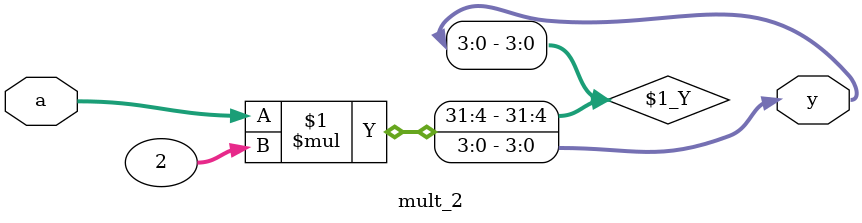
<source format=v>
module mult_2 (
	input 	[2:0] 	a, 
	output 	[3:0] 	y
);
	assign y = a * 2;
endmodule

</source>
